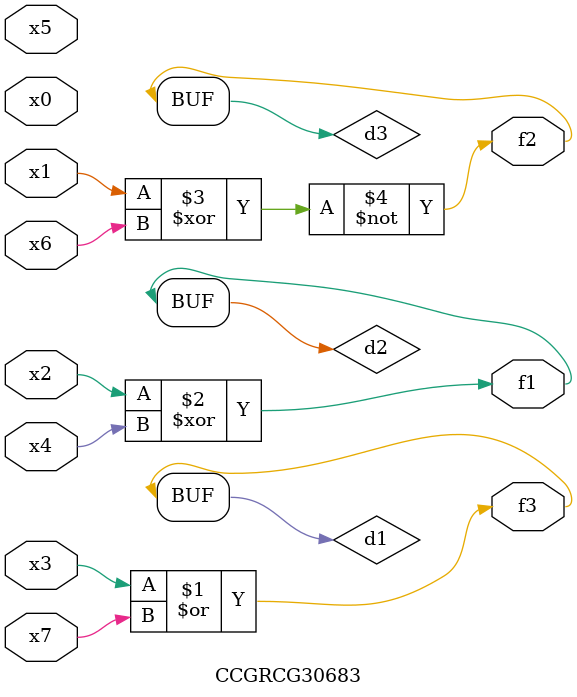
<source format=v>
module CCGRCG30683(
	input x0, x1, x2, x3, x4, x5, x6, x7,
	output f1, f2, f3
);

	wire d1, d2, d3;

	or (d1, x3, x7);
	xor (d2, x2, x4);
	xnor (d3, x1, x6);
	assign f1 = d2;
	assign f2 = d3;
	assign f3 = d1;
endmodule

</source>
